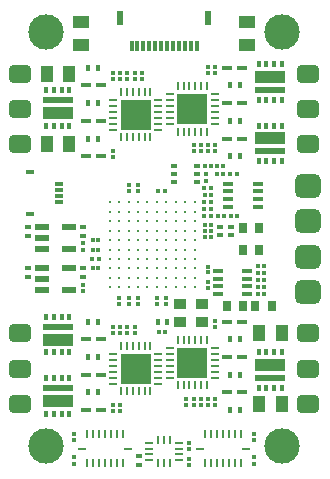
<source format=gbr>
G04*
G04 #@! TF.GenerationSoftware,Altium Limited,Altium Designer,24.1.2 (44)*
G04*
G04 Layer_Color=255*
%FSLAX25Y25*%
%MOIN*%
G70*
G04*
G04 #@! TF.SameCoordinates,8AA45DA3-EFE9-42F3-ADE2-6CCF78DF1A05*
G04*
G04*
G04 #@! TF.FilePolarity,Positive*
G04*
G01*
G75*
%ADD17R,0.03150X0.01575*%
%ADD18R,0.03150X0.01181*%
%ADD19R,0.02362X0.01654*%
%ADD20R,0.03661X0.01417*%
%ADD21R,0.01575X0.02362*%
%ADD22R,0.09843X0.01968*%
%ADD23R,0.09843X0.03937*%
%ADD24R,0.04555X0.01929*%
%ADD25R,0.04626X0.01929*%
%ADD26R,0.03543X0.01772*%
G04:AMPARAMS|DCode=27|XSize=14.33mil|YSize=19.68mil|CornerRadius=3.58mil|HoleSize=0mil|Usage=FLASHONLY|Rotation=90.000|XOffset=0mil|YOffset=0mil|HoleType=Round|Shape=RoundedRectangle|*
%AMROUNDEDRECTD27*
21,1,0.01433,0.01252,0,0,90.0*
21,1,0.00717,0.01968,0,0,90.0*
1,1,0.00717,0.00626,0.00358*
1,1,0.00717,0.00626,-0.00358*
1,1,0.00717,-0.00626,-0.00358*
1,1,0.00717,-0.00626,0.00358*
%
%ADD27ROUNDEDRECTD27*%
%ADD28R,0.03150X0.00984*%
%ADD29R,0.00984X0.03150*%
%ADD30R,0.02362X0.04724*%
%ADD31R,0.01181X0.03543*%
%ADD32R,0.05315X0.03937*%
%ADD33R,0.01575X0.02126*%
%ADD34R,0.03937X0.03543*%
%ADD35R,0.03937X0.05315*%
%ADD36R,0.01102X0.02657*%
%ADD37R,0.02657X0.01102*%
%ADD38R,0.02126X0.01575*%
%ADD39R,0.02756X0.03543*%
%ADD77R,0.10039X0.10039*%
%ADD78R,0.01102X0.02618*%
%ADD79R,0.02618X0.01102*%
%ADD80R,0.01193X0.01276*%
%ADD81R,0.01276X0.01451*%
%ADD82R,0.01451X0.01276*%
%ADD83R,0.01276X0.01193*%
%ADD84C,0.01260*%
G04:AMPARAMS|DCode=86|XSize=86.61mil|YSize=78.74mil|CornerRadius=19.68mil|HoleSize=0mil|Usage=FLASHONLY|Rotation=0.000|XOffset=0mil|YOffset=0mil|HoleType=Round|Shape=RoundedRectangle|*
%AMROUNDEDRECTD86*
21,1,0.08661,0.03937,0,0,0.0*
21,1,0.04724,0.07874,0,0,0.0*
1,1,0.03937,0.02362,-0.01968*
1,1,0.03937,-0.02362,-0.01968*
1,1,0.03937,-0.02362,0.01968*
1,1,0.03937,0.02362,0.01968*
%
%ADD86ROUNDEDRECTD86*%
%ADD87C,0.11811*%
G04:AMPARAMS|DCode=88|XSize=74.8mil|YSize=59.06mil|CornerRadius=14.76mil|HoleSize=0mil|Usage=FLASHONLY|Rotation=0.000|XOffset=0mil|YOffset=0mil|HoleType=Round|Shape=RoundedRectangle|*
%AMROUNDEDRECTD88*
21,1,0.07480,0.02953,0,0,0.0*
21,1,0.04528,0.05906,0,0,0.0*
1,1,0.02953,0.02264,-0.01476*
1,1,0.02953,-0.02264,-0.01476*
1,1,0.02953,-0.02264,0.01476*
1,1,0.02953,0.02264,0.01476*
%
%ADD88ROUNDEDRECTD88*%
D17*
X6594Y89173D02*
D03*
X6595Y102953D02*
D03*
D18*
X16240Y99016D02*
D03*
Y97047D02*
D03*
Y95079D02*
D03*
Y93110D02*
D03*
D19*
X54528Y104921D02*
D03*
Y102362D02*
D03*
Y99803D02*
D03*
X62008D02*
D03*
Y102362D02*
D03*
Y104921D02*
D03*
D20*
X72303Y137795D02*
D03*
X77303D02*
D03*
Y125984D02*
D03*
X72303D02*
D03*
Y114173D02*
D03*
X77303D02*
D03*
X25059Y23622D02*
D03*
X30059D02*
D03*
Y35433D02*
D03*
X25059D02*
D03*
Y47244D02*
D03*
X30059D02*
D03*
Y108268D02*
D03*
X25059D02*
D03*
Y120079D02*
D03*
X30059D02*
D03*
Y131890D02*
D03*
X25059D02*
D03*
X77303Y53150D02*
D03*
X72303D02*
D03*
Y41339D02*
D03*
X77303D02*
D03*
Y29528D02*
D03*
X72303D02*
D03*
D21*
X82776Y127165D02*
D03*
X85335D02*
D03*
X87894D02*
D03*
X90453D02*
D03*
Y138976D02*
D03*
X87894D02*
D03*
X85335D02*
D03*
X82776D02*
D03*
Y118504D02*
D03*
X85335D02*
D03*
X87894D02*
D03*
X90453D02*
D03*
Y106693D02*
D03*
X87894D02*
D03*
X85335D02*
D03*
X82776D02*
D03*
Y42913D02*
D03*
X85335D02*
D03*
X87894D02*
D03*
X90453D02*
D03*
Y31102D02*
D03*
X87894D02*
D03*
X85335D02*
D03*
X82776D02*
D03*
X19587Y22441D02*
D03*
X17028D02*
D03*
X14469D02*
D03*
X11909D02*
D03*
Y34252D02*
D03*
X14469D02*
D03*
X17028D02*
D03*
X19587D02*
D03*
Y54724D02*
D03*
X17028D02*
D03*
X14469D02*
D03*
X11909D02*
D03*
Y42913D02*
D03*
X14469D02*
D03*
X17028D02*
D03*
X19587D02*
D03*
Y118504D02*
D03*
X17028D02*
D03*
X14469D02*
D03*
X11909D02*
D03*
Y130315D02*
D03*
X14469D02*
D03*
X17028D02*
D03*
X19587D02*
D03*
D22*
X86615Y130433D02*
D03*
Y109961D02*
D03*
Y34370D02*
D03*
X15747Y30984D02*
D03*
Y51456D02*
D03*
Y127047D02*
D03*
D23*
X86615Y134725D02*
D03*
Y114253D02*
D03*
Y38662D02*
D03*
X15747Y26692D02*
D03*
Y47164D02*
D03*
Y122755D02*
D03*
D24*
X10419Y84842D02*
D03*
Y81102D02*
D03*
Y77362D02*
D03*
Y63583D02*
D03*
Y67323D02*
D03*
Y71063D02*
D03*
D25*
X19503Y77362D02*
D03*
Y84842D02*
D03*
Y71063D02*
D03*
Y63583D02*
D03*
D26*
X72599Y91437D02*
D03*
Y93996D02*
D03*
Y96555D02*
D03*
Y99114D02*
D03*
X82520D02*
D03*
Y96555D02*
D03*
Y93996D02*
D03*
Y91437D02*
D03*
X69055Y69980D02*
D03*
Y67421D02*
D03*
Y64862D02*
D03*
Y62303D02*
D03*
X78976D02*
D03*
Y64862D02*
D03*
Y67421D02*
D03*
Y69980D02*
D03*
D27*
X73425Y82185D02*
D03*
X69882Y84744D02*
D03*
Y82185D02*
D03*
X73425Y84744D02*
D03*
D28*
X63327Y10827D02*
D03*
X78405D02*
D03*
X39035D02*
D03*
X23957D02*
D03*
D29*
X64969Y6103D02*
D03*
X66937D02*
D03*
X68906D02*
D03*
X70874D02*
D03*
X72843D02*
D03*
X74811D02*
D03*
X76780D02*
D03*
Y15551D02*
D03*
X74811D02*
D03*
X72843D02*
D03*
X70874D02*
D03*
X68906D02*
D03*
X66937D02*
D03*
X64969D02*
D03*
X25599D02*
D03*
X27567D02*
D03*
X29536D02*
D03*
X31504D02*
D03*
X33473D02*
D03*
X35441D02*
D03*
X37410D02*
D03*
Y6103D02*
D03*
X35441D02*
D03*
X33473D02*
D03*
X31504D02*
D03*
X29536D02*
D03*
X27567D02*
D03*
X25599D02*
D03*
D30*
X36417Y154331D02*
D03*
X65945Y154330D02*
D03*
D31*
X62008Y144882D02*
D03*
X60039D02*
D03*
X58071D02*
D03*
X56102D02*
D03*
X54134D02*
D03*
X52165D02*
D03*
X50197D02*
D03*
X48228D02*
D03*
X46260D02*
D03*
X44291D02*
D03*
X42323D02*
D03*
X40354D02*
D03*
D32*
X23622Y152953D02*
D03*
Y145472D02*
D03*
X78740Y152953D02*
D03*
Y145472D02*
D03*
D33*
X29134Y114173D02*
D03*
X25984D02*
D03*
X29134Y137795D02*
D03*
X25984D02*
D03*
X29134Y125984D02*
D03*
X25984D02*
D03*
X73228Y120079D02*
D03*
X76378D02*
D03*
X73228Y131890D02*
D03*
X76378D02*
D03*
X73228Y108268D02*
D03*
X76378D02*
D03*
Y23622D02*
D03*
X73228D02*
D03*
X76378Y35433D02*
D03*
X73228D02*
D03*
X76378Y47244D02*
D03*
X73228D02*
D03*
X25984Y53150D02*
D03*
X29134D02*
D03*
X25984Y41339D02*
D03*
X29134D02*
D03*
X25984Y29528D02*
D03*
X29134D02*
D03*
X52165Y52953D02*
D03*
X49016D02*
D03*
D34*
X56496Y52952D02*
D03*
X63976D02*
D03*
Y58859D02*
D03*
X56496D02*
D03*
D35*
X82874Y49213D02*
D03*
X90354D02*
D03*
X82874Y25591D02*
D03*
X90354D02*
D03*
X12007Y135827D02*
D03*
X19488D02*
D03*
X12008Y112205D02*
D03*
X19488D02*
D03*
D36*
X49213Y13828D02*
D03*
X51181D02*
D03*
X53150D02*
D03*
Y5856D02*
D03*
X51181D02*
D03*
X49213D02*
D03*
D37*
X56150Y12796D02*
D03*
Y10826D02*
D03*
Y8858D02*
D03*
Y6889D02*
D03*
X46213D02*
D03*
Y8858D02*
D03*
Y10826D02*
D03*
Y12796D02*
D03*
D38*
X24016Y71063D02*
D03*
Y67913D02*
D03*
Y84842D02*
D03*
Y81693D02*
D03*
X5906Y71063D02*
D03*
Y67913D02*
D03*
Y84842D02*
D03*
Y81693D02*
D03*
X42717Y8465D02*
D03*
Y5315D02*
D03*
D39*
X82874Y76968D02*
D03*
X77362D02*
D03*
X81496Y58268D02*
D03*
X87008D02*
D03*
X77559D02*
D03*
X72047D02*
D03*
X82874Y84449D02*
D03*
X77362D02*
D03*
D77*
X60630Y124016D02*
D03*
X41732Y37402D02*
D03*
Y122047D02*
D03*
X60630Y39370D02*
D03*
D78*
X55709Y131526D02*
D03*
X57677D02*
D03*
X59646D02*
D03*
X61614D02*
D03*
X63583D02*
D03*
X65551D02*
D03*
Y116506D02*
D03*
X63583D02*
D03*
X61614D02*
D03*
X59646D02*
D03*
X57677D02*
D03*
X55709D02*
D03*
X46653Y44912D02*
D03*
X44685D02*
D03*
X42716D02*
D03*
X40748D02*
D03*
X38779D02*
D03*
X36811D02*
D03*
Y29892D02*
D03*
X38779D02*
D03*
X40748D02*
D03*
X42716D02*
D03*
X44685D02*
D03*
X46653D02*
D03*
Y114537D02*
D03*
X44685D02*
D03*
X42716D02*
D03*
X40748D02*
D03*
X38779D02*
D03*
X36811D02*
D03*
Y129557D02*
D03*
X38779D02*
D03*
X40748D02*
D03*
X42716D02*
D03*
X44685D02*
D03*
X46653D02*
D03*
X55709Y31860D02*
D03*
X57677D02*
D03*
X59646D02*
D03*
X61614D02*
D03*
X63583D02*
D03*
X65551D02*
D03*
Y46880D02*
D03*
X63583D02*
D03*
X61614D02*
D03*
X59646D02*
D03*
X57677D02*
D03*
X55709D02*
D03*
D79*
X68140Y128937D02*
D03*
Y126969D02*
D03*
Y125000D02*
D03*
Y123032D02*
D03*
Y121063D02*
D03*
Y119095D02*
D03*
X53120D02*
D03*
Y121063D02*
D03*
Y123032D02*
D03*
Y125000D02*
D03*
Y126969D02*
D03*
Y128937D02*
D03*
X49242Y32481D02*
D03*
Y34449D02*
D03*
Y36418D02*
D03*
Y38386D02*
D03*
Y40355D02*
D03*
Y42323D02*
D03*
X34222D02*
D03*
Y40355D02*
D03*
Y38386D02*
D03*
Y36418D02*
D03*
Y34449D02*
D03*
Y32481D02*
D03*
Y117126D02*
D03*
Y119094D02*
D03*
Y121063D02*
D03*
Y123031D02*
D03*
Y125000D02*
D03*
Y126968D02*
D03*
X49242D02*
D03*
Y125000D02*
D03*
Y123031D02*
D03*
Y121063D02*
D03*
Y119094D02*
D03*
Y117126D02*
D03*
X53120Y44291D02*
D03*
Y42323D02*
D03*
Y40354D02*
D03*
Y38386D02*
D03*
Y36417D02*
D03*
Y34449D02*
D03*
X68140D02*
D03*
Y36417D02*
D03*
Y38386D02*
D03*
Y40354D02*
D03*
Y42323D02*
D03*
Y44291D02*
D03*
D80*
X84416Y64567D02*
D03*
X82514D02*
D03*
X66699Y85433D02*
D03*
X64797D02*
D03*
X66699Y83465D02*
D03*
X64797D02*
D03*
X66699Y81496D02*
D03*
X64797D02*
D03*
X84416Y71653D02*
D03*
X82514D02*
D03*
X64994Y104921D02*
D03*
X66896D02*
D03*
X70833Y102362D02*
D03*
X68931D02*
D03*
Y104921D02*
D03*
X70833D02*
D03*
X66699Y95276D02*
D03*
X64797D02*
D03*
X73458Y88189D02*
D03*
X75361D02*
D03*
X84416Y69291D02*
D03*
X82514D02*
D03*
X69128Y88189D02*
D03*
X71030D02*
D03*
X29298Y77165D02*
D03*
X27395D02*
D03*
X29298Y80315D02*
D03*
X27395D02*
D03*
X29298Y70866D02*
D03*
X27395D02*
D03*
D81*
X65158Y100101D02*
D03*
Y102261D02*
D03*
X24016Y63290D02*
D03*
Y65450D02*
D03*
Y77070D02*
D03*
Y79230D02*
D03*
X59449Y12694D02*
D03*
Y10534D02*
D03*
X21260Y7970D02*
D03*
Y5810D02*
D03*
X81102Y13684D02*
D03*
Y15844D02*
D03*
X59449Y7379D02*
D03*
Y5219D02*
D03*
X21260Y13684D02*
D03*
Y15844D02*
D03*
X81102Y7970D02*
D03*
Y5810D02*
D03*
X65748Y64274D02*
D03*
Y66434D02*
D03*
D82*
X64668Y90551D02*
D03*
X66828D02*
D03*
X51474Y96850D02*
D03*
X49314D02*
D03*
X73329Y102362D02*
D03*
X75489D02*
D03*
X84545Y62205D02*
D03*
X82385D02*
D03*
X84545Y66929D02*
D03*
X82385D02*
D03*
X64668Y97638D02*
D03*
X66828D02*
D03*
X64668Y92913D02*
D03*
X66828D02*
D03*
X29427Y74016D02*
D03*
X27266D02*
D03*
X49511Y49606D02*
D03*
X51671D02*
D03*
X66828Y88189D02*
D03*
X64668D02*
D03*
D83*
X34252Y110006D02*
D03*
Y108104D02*
D03*
X61024Y111975D02*
D03*
Y110073D02*
D03*
X63386Y111975D02*
D03*
Y110073D02*
D03*
X65748Y111975D02*
D03*
Y110073D02*
D03*
X34252Y25361D02*
D03*
Y23458D02*
D03*
X42520Y60990D02*
D03*
Y59088D02*
D03*
X39370Y60990D02*
D03*
Y59088D02*
D03*
X36220Y60990D02*
D03*
Y59088D02*
D03*
X39370Y96687D02*
D03*
Y98589D02*
D03*
X42520Y96687D02*
D03*
Y98589D02*
D03*
X48819Y60990D02*
D03*
Y59088D02*
D03*
X51968Y60990D02*
D03*
Y59088D02*
D03*
X58661Y25427D02*
D03*
Y27329D02*
D03*
X63386Y25427D02*
D03*
Y27329D02*
D03*
X41339Y135990D02*
D03*
Y134088D02*
D03*
Y51345D02*
D03*
Y49443D02*
D03*
X36614Y51345D02*
D03*
Y49443D02*
D03*
X65748Y25427D02*
D03*
Y27329D02*
D03*
X68110Y53313D02*
D03*
Y51411D02*
D03*
X34252Y135990D02*
D03*
Y134088D02*
D03*
Y51345D02*
D03*
Y49443D02*
D03*
X36614Y23458D02*
D03*
Y25361D02*
D03*
X68110Y137959D02*
D03*
Y136057D02*
D03*
X61024Y25427D02*
D03*
Y27329D02*
D03*
X43701Y135990D02*
D03*
Y134088D02*
D03*
X38976Y135990D02*
D03*
Y134088D02*
D03*
Y51345D02*
D03*
Y49443D02*
D03*
X68110Y25427D02*
D03*
Y27329D02*
D03*
X36614Y135990D02*
D03*
Y134088D02*
D03*
X68110Y110073D02*
D03*
Y111975D02*
D03*
X65748Y137959D02*
D03*
Y136057D02*
D03*
Y69521D02*
D03*
Y71423D02*
D03*
D84*
X61417Y64567D02*
D03*
X58268D02*
D03*
X55118D02*
D03*
X51968D02*
D03*
X48819D02*
D03*
X45669D02*
D03*
X42520D02*
D03*
X39370D02*
D03*
X36220D02*
D03*
X33071D02*
D03*
X61417Y67716D02*
D03*
X58268D02*
D03*
X55118D02*
D03*
X51968D02*
D03*
X48819D02*
D03*
X45669D02*
D03*
X42520D02*
D03*
X39370D02*
D03*
X36220D02*
D03*
X33071D02*
D03*
X61417Y70866D02*
D03*
X58268D02*
D03*
X55118D02*
D03*
X51968D02*
D03*
X48819D02*
D03*
X45669D02*
D03*
X42520D02*
D03*
X39370D02*
D03*
X36220D02*
D03*
X33071D02*
D03*
X61417Y74016D02*
D03*
X58268D02*
D03*
X55118D02*
D03*
X51968D02*
D03*
X48819D02*
D03*
X45669D02*
D03*
X42520D02*
D03*
X39370D02*
D03*
X36220D02*
D03*
X33071D02*
D03*
X61417Y77165D02*
D03*
X58268D02*
D03*
X55118D02*
D03*
X51968D02*
D03*
X48819D02*
D03*
X45669D02*
D03*
X42520D02*
D03*
X39370D02*
D03*
X36220D02*
D03*
X33071D02*
D03*
X61417Y80315D02*
D03*
X58268D02*
D03*
X55118D02*
D03*
X51968D02*
D03*
X48819D02*
D03*
X45669D02*
D03*
X42520D02*
D03*
X39370D02*
D03*
X36220D02*
D03*
X33071D02*
D03*
X61417Y83464D02*
D03*
X58268D02*
D03*
X55118D02*
D03*
X51968D02*
D03*
X48819D02*
D03*
X45669D02*
D03*
X42520D02*
D03*
X39370D02*
D03*
X36220D02*
D03*
X33071D02*
D03*
X61417Y86614D02*
D03*
X58268D02*
D03*
X55118D02*
D03*
X51968D02*
D03*
X48819D02*
D03*
X45669D02*
D03*
X42520D02*
D03*
X39370D02*
D03*
X36220D02*
D03*
X33071D02*
D03*
X61417Y89764D02*
D03*
X58268D02*
D03*
X55118D02*
D03*
X51968D02*
D03*
X48819D02*
D03*
X45669D02*
D03*
X42520D02*
D03*
X39370D02*
D03*
X36220D02*
D03*
X33071D02*
D03*
X61417Y92913D02*
D03*
X58268D02*
D03*
X55118D02*
D03*
X51968D02*
D03*
X48819D02*
D03*
X45669D02*
D03*
X42520D02*
D03*
X39370D02*
D03*
X36220D02*
D03*
X33071D02*
D03*
D86*
X99213Y98425D02*
D03*
Y86614D02*
D03*
Y74803D02*
D03*
Y62992D02*
D03*
D87*
X11811Y149606D02*
D03*
X90551D02*
D03*
X11811Y11811D02*
D03*
X90551D02*
D03*
D88*
X3150Y124016D02*
D03*
Y112205D02*
D03*
Y135827D02*
D03*
Y25591D02*
D03*
Y49213D02*
D03*
Y37402D02*
D03*
X99213Y124016D02*
D03*
Y135827D02*
D03*
Y112205D02*
D03*
Y49213D02*
D03*
Y25591D02*
D03*
Y37402D02*
D03*
M02*

</source>
